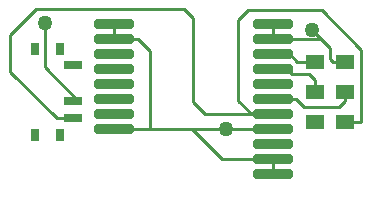
<source format=gtl>
G04 Layer_Physical_Order=1*
G04 Layer_Color=255*
%FSAX24Y24*%
%MOIN*%
G70*
G01*
G75*
%ADD10R,0.0600X0.0500*%
G04:AMPARAMS|DCode=11|XSize=132mil|YSize=32mil|CornerRadius=8mil|HoleSize=0mil|Usage=FLASHONLY|Rotation=0.000|XOffset=0mil|YOffset=0mil|HoleType=Round|Shape=RoundedRectangle|*
%AMROUNDEDRECTD11*
21,1,0.1320,0.0160,0,0,0.0*
21,1,0.1160,0.0320,0,0,0.0*
1,1,0.0160,0.0580,-0.0080*
1,1,0.0160,-0.0580,-0.0080*
1,1,0.0160,-0.0580,0.0080*
1,1,0.0160,0.0580,0.0080*
%
%ADD11ROUNDEDRECTD11*%
%ADD12R,0.0315X0.0394*%
%ADD13R,0.0591X0.0276*%
%ADD14C,0.0100*%
%ADD15C,0.0500*%
D10*
X046200Y029750D02*
D03*
Y030750D02*
D03*
Y031750D02*
D03*
X047200D02*
D03*
Y030750D02*
D03*
Y029750D02*
D03*
D11*
X039500Y033000D02*
D03*
Y032500D02*
D03*
Y032000D02*
D03*
Y030500D02*
D03*
Y031000D02*
D03*
Y031500D02*
D03*
Y030000D02*
D03*
Y029500D02*
D03*
X044800D02*
D03*
Y030000D02*
D03*
Y031500D02*
D03*
Y031000D02*
D03*
Y030500D02*
D03*
Y032000D02*
D03*
Y032500D02*
D03*
Y033000D02*
D03*
Y029000D02*
D03*
Y028500D02*
D03*
Y028000D02*
D03*
D12*
X036860Y032190D02*
D03*
X037700D02*
D03*
Y029310D02*
D03*
X036860D02*
D03*
D13*
X038140Y031630D02*
D03*
Y030450D02*
D03*
Y029870D02*
D03*
D14*
X046000Y031350D02*
X046200Y031150D01*
X045420Y031350D02*
X046000D01*
X045420D02*
Y031500D01*
X047750Y029750D02*
Y032150D01*
X046430Y033470D02*
X047750Y032150D01*
X043970Y033470D02*
X046430D01*
X047200Y029750D02*
X047750D01*
X046100Y032800D02*
X046700Y032200D01*
Y031850D02*
Y032200D01*
Y031850D02*
X046800Y031750D01*
X043650Y033150D02*
X043970Y033470D01*
X043650Y030440D02*
Y033150D01*
Y030440D02*
X044090Y030000D01*
X037200Y031570D02*
Y033050D01*
Y031570D02*
X038320Y030450D01*
X036900Y033500D02*
X041850D01*
X036050Y032650D02*
X036900Y033500D01*
X036050Y031420D02*
Y032650D01*
X042100Y029500D02*
X043250D01*
X040700D02*
X042100D01*
X039500D02*
X040700D01*
X043100Y028500D02*
X044800D01*
X042100Y029500D02*
X043100Y028500D01*
X040700Y029500D02*
Y032100D01*
X040300Y032500D02*
X040700Y032100D01*
X039500Y032500D02*
X040300D01*
X041850Y033500D02*
X042150Y033200D01*
X036050Y031420D02*
X037600Y029870D01*
X044090Y030000D02*
X044800D01*
X042550D02*
X044090D01*
X044800Y032500D02*
X046400D01*
X043250Y029500D02*
X044800D01*
X046800Y031750D02*
X047200D01*
Y030450D02*
Y030750D01*
X047000Y030250D02*
X047200Y030450D01*
X045830Y030250D02*
X047000D01*
X045580Y030500D02*
X045830Y030250D01*
X044800Y030500D02*
X045580D01*
X044800Y031500D02*
X045420D01*
X046200Y030750D02*
Y031150D01*
X038140Y030450D02*
X038320D01*
X042150Y030400D02*
X042550Y030000D01*
X042150Y030400D02*
Y033200D01*
X037600Y029870D02*
X038140D01*
X045620Y031750D02*
X046200D01*
X045370Y032000D02*
X045620Y031750D01*
X044800Y032000D02*
X045370D01*
X039500Y032500D02*
Y033000D01*
X044800Y032500D02*
Y033000D01*
Y028000D02*
Y028500D01*
D15*
X037200Y033050D02*
D03*
X046100Y032800D02*
D03*
X043250Y029500D02*
D03*
M02*

</source>
